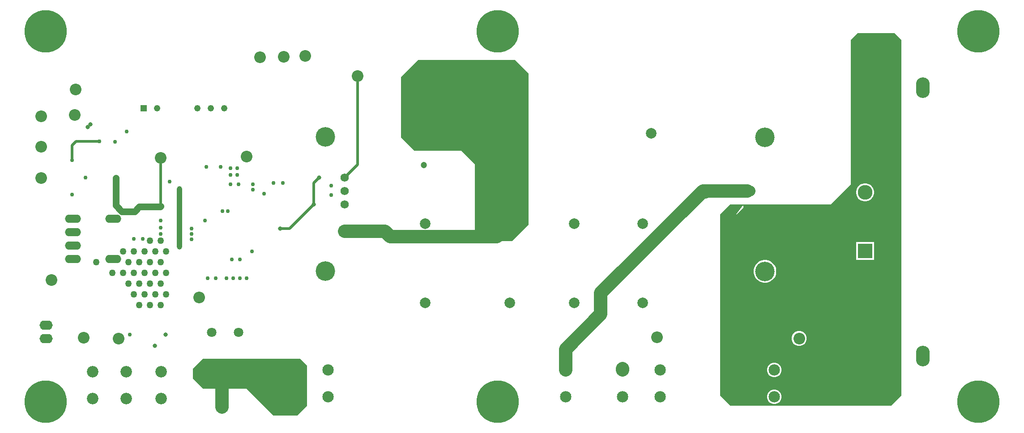
<source format=gbl>
G04*
G04 #@! TF.GenerationSoftware,Altium Limited,Altium Designer,21.1.1 (26)*
G04*
G04 Layer_Physical_Order=4*
G04 Layer_Color=16711680*
%FSLAX25Y25*%
%MOIN*%
G70*
G04*
G04 #@! TF.SameCoordinates,8D04C4F7-E2C1-42FD-A476-B4637558DBC3*
G04*
G04*
G04 #@! TF.FilePolarity,Positive*
G04*
G01*
G75*
%ADD67O,0.12000X0.07874*%
%ADD68C,0.07874*%
%ADD81C,0.02000*%
%ADD82C,0.05000*%
%ADD83C,0.10000*%
%ADD84C,0.08700*%
%ADD85C,0.07087*%
%ADD86C,0.14512*%
%ADD87C,0.04724*%
%ADD88C,0.08445*%
%ADD89R,0.10950X0.10950*%
%ADD90C,0.10950*%
%ADD91O,0.10236X0.15354*%
%ADD92O,0.09843X0.06890*%
%ADD93O,0.03937X0.47244*%
%ADD94C,0.31496*%
%ADD95O,0.12000X0.06000*%
%ADD96C,0.08563*%
%ADD97C,0.04842*%
%ADD98R,0.04842X0.04842*%
%ADD99C,0.03000*%
%ADD100C,0.05000*%
%ADD101C,0.03200*%
%ADD102C,0.06200*%
%ADD103R,0.07200X0.07200*%
G36*
X265000Y50000D02*
Y20000D01*
X257500Y12500D01*
X240000D01*
X220000Y32500D01*
X187500D01*
X180000Y40000D01*
Y47500D01*
X187500Y55000D01*
X260000D01*
X265000Y50000D01*
D02*
G37*
G36*
X430000Y267500D02*
Y155000D01*
X417500Y142500D01*
X397500D01*
X390000Y150000D01*
Y200000D01*
X380000Y210000D01*
X345000D01*
X335000Y220000D01*
Y265000D01*
X347500Y277500D01*
X420000D01*
X430000Y267500D01*
D02*
G37*
G36*
X707500Y292500D02*
Y27500D01*
X700000Y20000D01*
X580000D01*
X572500Y27500D01*
Y162500D01*
X580000Y170000D01*
X589051D01*
X589500Y169882D01*
X589500Y169882D01*
D01*
X589665Y169553D01*
X589500Y169333D01*
D01*
X589500Y169333D01*
X589500Y169333D01*
X589500Y169333D01*
X582500Y160000D01*
X590000Y167500D01*
Y169167D01*
X590000Y169167D01*
X590000D01*
Y169167D01*
D01*
Y170000D01*
D01*
Y170000D01*
X655000D01*
X670000Y185000D01*
Y292500D01*
X675000Y297500D01*
X702500D01*
X707500Y292500D01*
D02*
G37*
%LPC*%
G36*
X681207Y185575D02*
X679892D01*
X678602Y185319D01*
X677388Y184815D01*
X676294Y184085D01*
X675364Y183155D01*
X674634Y182062D01*
X674131Y180847D01*
X673874Y179557D01*
Y178243D01*
X674131Y176953D01*
X674634Y175738D01*
X675364Y174645D01*
X676294Y173715D01*
X677388Y172985D01*
X678602Y172482D01*
X679892Y172225D01*
X681207D01*
X682496Y172482D01*
X683711Y172985D01*
X684804Y173715D01*
X685734Y174645D01*
X686465Y175738D01*
X686968Y176953D01*
X687224Y178243D01*
Y179557D01*
X686968Y180847D01*
X686465Y182062D01*
X685734Y183155D01*
X684804Y184085D01*
X683711Y184815D01*
X682496Y185319D01*
X681207Y185575D01*
D02*
G37*
G36*
X687224Y141775D02*
X673874D01*
Y128425D01*
X687224D01*
Y141775D01*
D02*
G37*
G36*
X606833Y128456D02*
X605167D01*
X603534Y128131D01*
X601995Y127494D01*
X600610Y126568D01*
X599432Y125390D01*
X598506Y124005D01*
X597869Y122467D01*
X597544Y120833D01*
Y119167D01*
X597869Y117534D01*
X598506Y115995D01*
X599432Y114610D01*
X600610Y113432D01*
X601995Y112506D01*
X603534Y111869D01*
X605167Y111544D01*
X606833D01*
X608466Y111869D01*
X610005Y112506D01*
X611390Y113432D01*
X612568Y114610D01*
X613493Y115995D01*
X614131Y117534D01*
X614456Y119167D01*
Y120833D01*
X614131Y122467D01*
X613493Y124005D01*
X612568Y125390D01*
X611390Y126568D01*
X610005Y127494D01*
X608466Y128131D01*
X606833Y128456D01*
D02*
G37*
G36*
X632231Y75550D02*
X630769D01*
X629358Y75172D01*
X628092Y74441D01*
X627059Y73408D01*
X626328Y72142D01*
X625950Y70731D01*
Y69269D01*
X626328Y67858D01*
X627059Y66592D01*
X628092Y65559D01*
X629358Y64828D01*
X630769Y64450D01*
X632231D01*
X633642Y64828D01*
X634908Y65559D01*
X635941Y66592D01*
X636672Y67858D01*
X637050Y69269D01*
Y70731D01*
X636672Y72142D01*
X635941Y73408D01*
X634908Y74441D01*
X633642Y75172D01*
X632231Y75550D01*
D02*
G37*
G36*
X613714Y51922D02*
X612286D01*
X610907Y51553D01*
X609670Y50839D01*
X608661Y49830D01*
X607947Y48593D01*
X607578Y47214D01*
Y45786D01*
X607947Y44407D01*
X608661Y43170D01*
X609670Y42161D01*
X610907Y41447D01*
X612286Y41078D01*
X613714D01*
X615093Y41447D01*
X616329Y42161D01*
X617339Y43170D01*
X618053Y44407D01*
X618422Y45786D01*
Y47214D01*
X618053Y48593D01*
X617339Y49830D01*
X616329Y50839D01*
X615093Y51553D01*
X613714Y51922D01*
D02*
G37*
G36*
Y31922D02*
X612286D01*
X610907Y31553D01*
X609670Y30839D01*
X608661Y29829D01*
X607947Y28593D01*
X607578Y27214D01*
Y25786D01*
X607947Y24407D01*
X608661Y23170D01*
X609670Y22161D01*
X610907Y21447D01*
X612286Y21078D01*
X613714D01*
X615093Y21447D01*
X616329Y22161D01*
X617339Y23170D01*
X618053Y24407D01*
X618422Y25786D01*
Y27214D01*
X618053Y28593D01*
X617339Y29829D01*
X616329Y30839D01*
X615093Y31553D01*
X613714Y31922D01*
D02*
G37*
%LPD*%
D67*
X593000Y159894D02*
D03*
Y180000D02*
D03*
D68*
X464000Y96472D02*
D03*
Y155528D02*
D03*
X515000Y96472D02*
D03*
Y155528D02*
D03*
X416000Y96472D02*
D03*
Y155528D02*
D03*
X412866Y223000D02*
D03*
X521134D02*
D03*
X353000Y96472D02*
D03*
Y155528D02*
D03*
D81*
X156000Y168400D02*
Y204500D01*
X302500Y199500D02*
Y265500D01*
X293000Y190000D02*
X302500Y199500D01*
X93000Y217000D02*
X110200D01*
X90000Y214000D02*
X93000Y217000D01*
X90000Y203000D02*
Y214000D01*
X252000Y152000D02*
X270000Y170000D01*
X245000Y152000D02*
X252000D01*
X270000Y170000D02*
Y186000D01*
X274000Y190000D01*
D82*
X155700Y168100D02*
X156000Y168400D01*
X122563Y184563D02*
Y189562D01*
X122500Y169092D02*
Y184500D01*
X122563Y184563D01*
X127092Y164500D02*
X136500D01*
X122500Y169092D02*
X127092Y164500D01*
X293000Y169899D02*
Y170000D01*
X140100Y168100D02*
X155700D01*
X136500Y164500D02*
X140100Y168100D01*
D83*
X201500Y19000D02*
Y37000D01*
X194000Y44500D02*
X201500Y37000D01*
X406276Y145803D02*
X416000Y155528D01*
X500000Y46500D02*
Y47500D01*
X483786Y103910D02*
X559876Y180000D01*
X593000D01*
X457500Y46500D02*
Y62062D01*
X483786Y88348D01*
Y103910D01*
X322916Y150000D02*
X327112Y145803D01*
X406276D01*
X293000Y150000D02*
X322916D01*
D84*
X124500Y70000D02*
D03*
X98500Y70500D02*
D03*
X201500Y19000D02*
D03*
X631500Y70000D02*
D03*
X588500Y69500D02*
D03*
X525500Y71000D02*
D03*
X302500Y265500D02*
D03*
X67000Y189500D02*
D03*
Y235500D02*
D03*
Y213000D02*
D03*
X92500Y255500D02*
D03*
X92000Y236500D02*
D03*
X184500Y100500D02*
D03*
X74500Y113500D02*
D03*
X263500Y280500D02*
D03*
X230000Y279500D02*
D03*
X247500Y280000D02*
D03*
X561500Y178500D02*
D03*
X156000Y204500D02*
D03*
X220000Y205500D02*
D03*
D85*
X214000Y44500D02*
D03*
X194000D02*
D03*
Y74500D02*
D03*
X214000D02*
D03*
D86*
X606000Y120000D02*
D03*
Y220000D02*
D03*
X278500Y120200D02*
D03*
Y220200D02*
D03*
D87*
X352000Y199158D02*
D03*
Y218843D02*
D03*
D88*
X613000Y26500D02*
D03*
Y46500D02*
D03*
X280500Y26500D02*
D03*
Y46500D02*
D03*
X500000D02*
D03*
Y26500D02*
D03*
X587500Y46500D02*
D03*
Y26500D02*
D03*
X528000Y46500D02*
D03*
Y26500D02*
D03*
X457500Y46500D02*
D03*
Y26500D02*
D03*
X252500Y46500D02*
D03*
Y26500D02*
D03*
D89*
X680549Y135100D02*
D03*
D90*
Y178900D02*
D03*
D91*
X723685Y257000D02*
D03*
X684315D02*
D03*
X723685Y57000D02*
D03*
X684315D02*
D03*
D92*
X70500Y80000D02*
D03*
Y70000D02*
D03*
D93*
X170000Y160000D02*
D03*
D94*
X407000Y299000D02*
D03*
X70200Y23000D02*
D03*
Y299000D02*
D03*
X765000Y23000D02*
D03*
Y299000D02*
D03*
X407000Y23000D02*
D03*
D95*
X120600Y159100D02*
D03*
Y129100D02*
D03*
X90600D02*
D03*
Y139100D02*
D03*
Y149100D02*
D03*
Y159100D02*
D03*
D96*
X156200Y25200D02*
D03*
Y45200D02*
D03*
X130200Y25200D02*
D03*
Y45200D02*
D03*
X105200Y25200D02*
D03*
Y45200D02*
D03*
D97*
X193394Y241642D02*
D03*
X203395D02*
D03*
X183395D02*
D03*
X153394D02*
D03*
D98*
X143394D02*
D03*
D99*
X224787Y185000D02*
D03*
Y181000D02*
D03*
X191000Y115000D02*
D03*
X197000D02*
D03*
X210000D02*
D03*
X205000D02*
D03*
X209000Y129000D02*
D03*
X179000Y144000D02*
D03*
X99828Y189900D02*
D03*
X202000Y165000D02*
D03*
X189000Y158000D02*
D03*
X90000Y203000D02*
D03*
X156000Y152500D02*
D03*
Y158000D02*
D03*
X206000Y165000D02*
D03*
X200787Y198000D02*
D03*
X208000Y197000D02*
D03*
Y192000D02*
D03*
X213000D02*
D03*
X214000Y185000D02*
D03*
X213000Y197000D02*
D03*
X208000Y185000D02*
D03*
X190000Y198000D02*
D03*
X179000Y148000D02*
D03*
X110200Y217000D02*
D03*
X179000Y152000D02*
D03*
X283000Y177000D02*
D03*
Y184000D02*
D03*
X247000Y186000D02*
D03*
X240000D02*
D03*
X233000Y178000D02*
D03*
X224000Y135000D02*
D03*
X215000Y129000D02*
D03*
X156000Y148000D02*
D03*
X220000Y115000D02*
D03*
X215000D02*
D03*
X162500Y187000D02*
D03*
X90000Y177200D02*
D03*
X121900Y216400D02*
D03*
X130600Y224200D02*
D03*
X142500Y144100D02*
D03*
X136000D02*
D03*
X155700Y168100D02*
D03*
X133000Y73000D02*
D03*
D100*
X156000Y143000D02*
D03*
X160000Y135000D02*
D03*
X156000Y127000D02*
D03*
X160000Y119000D02*
D03*
X156000Y111000D02*
D03*
X160000Y103000D02*
D03*
X156000Y95000D02*
D03*
X148000Y143000D02*
D03*
X152000Y135000D02*
D03*
X148000Y127000D02*
D03*
X152000Y119000D02*
D03*
X148000Y111000D02*
D03*
X152000Y103000D02*
D03*
X148000Y95000D02*
D03*
X144000Y135000D02*
D03*
X140000Y127000D02*
D03*
X144000Y119000D02*
D03*
X140000Y111000D02*
D03*
X144000Y103000D02*
D03*
X140000Y95000D02*
D03*
X136000Y135000D02*
D03*
X132000Y127000D02*
D03*
X136000Y119000D02*
D03*
X132000Y111000D02*
D03*
X136000Y103000D02*
D03*
X128000Y135000D02*
D03*
Y119000D02*
D03*
X120000D02*
D03*
X108000Y127000D02*
D03*
D101*
X122563Y184563D02*
D03*
Y189562D02*
D03*
X500000Y47500D02*
D03*
X245000Y152000D02*
D03*
X270000Y170000D02*
D03*
X274000Y190000D02*
D03*
X103500Y229500D02*
D03*
X101600Y227600D02*
D03*
X151500Y64500D02*
D03*
X159500Y73000D02*
D03*
X136500Y164500D02*
D03*
D102*
X293000Y170000D02*
D03*
Y190000D02*
D03*
Y180000D02*
D03*
D103*
Y150000D02*
D03*
M02*

</source>
